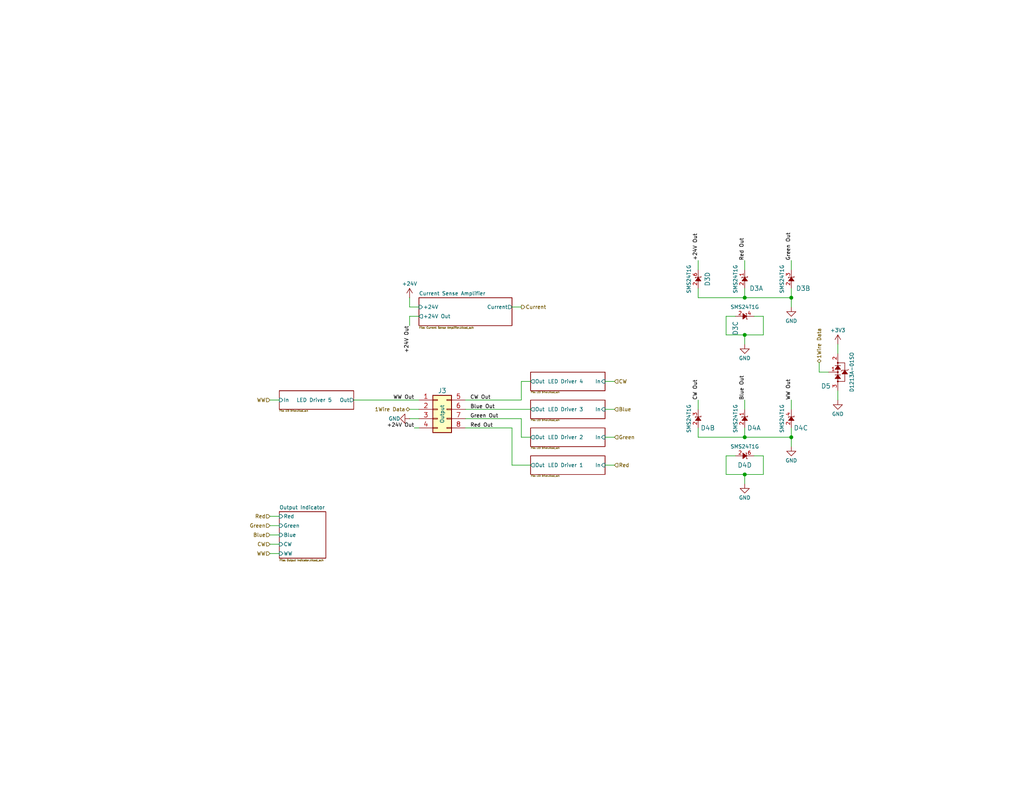
<source format=kicad_sch>
(kicad_sch (version 20231120) (generator "eeschema") (generator_version "8.0")
  (paper "USLetter")
  (title_block (title "LED Drivers") (date "2025-02-06") (rev "1.0.1") (company "Erratic.Tech"))
  (lib_symbols
    (symbol "KiLight Mono:+24V" (power) (pin_numbers hide) (pin_names (offset 0) hide)
      (property "Value" "+24V" (at 0 3.556 0))
      (symbol "+24V_0_1"
        (polyline (pts (xy -0.762 1.27) (xy 0 2.54)))
        (polyline (pts (xy 0 0) (xy 0 2.54)))
        (polyline (pts (xy 0 2.54) (xy 0.762 1.27)))
      )
      (symbol "+24V_1_1"
        (pin power_in line (at 0 0 90) (length 0) (name "~") (number "1"))
      )
    )
    (symbol "KiLight Mono:+3V3" (power) (pin_numbers hide) (pin_names (offset 0) hide)
      (property "Value" "+3V3" (at 0 3.556 0))
      (symbol "+3V3_0_1"
        (polyline (pts (xy -0.762 1.27) (xy 0 2.54)))
        (polyline (pts (xy 0 0) (xy 0 2.54)))
        (polyline (pts (xy 0 2.54) (xy 0.762 1.27)))
      )
      (symbol "+3V3_1_1"
        (pin power_in line (at 0 0 90) (length 0) (name "~") (number "1"))
      )
    )
    (symbol "KiLight Mono:Conn_02x04_Top_Bottom" (pin_names (offset 1.016) hide)
      (property "Reference" "J" (at 1.27 5.08 0))
      (property "Value" "Conn_02x04_Top_Bottom" (at 1.27 -7.62 0))
      (symbol "Conn_02x04_Top_Bottom_1_1"
        (rectangle (start -1.27 -4.953) (end 0 -5.207) (stroke (width 0.1524)))
        (rectangle (start -1.27 -2.413) (end 0 -2.667) (stroke (width 0.1524)))
        (rectangle (start -1.27 0.127) (end 0 -0.127) (stroke (width 0.1524)))
        (rectangle (start -1.27 2.667) (end 0 2.413) (stroke (width 0.1524)))
        (rectangle (start -1.27 3.81) (end 3.81 -6.35) (stroke (width 0.254)) (fill (type background)))
        (rectangle (start 3.81 -4.953) (end 2.54 -5.207) (stroke (width 0.1524)))
        (rectangle (start 3.81 -2.413) (end 2.54 -2.667) (stroke (width 0.1524)))
        (rectangle (start 3.81 0.127) (end 2.54 -0.127) (stroke (width 0.1524)))
        (rectangle (start 3.81 2.667) (end 2.54 2.413) (stroke (width 0.1524)))
        (pin passive line (at -5.08 2.54 0) (length 3.81) (name "Pin_1") (number "1"))
        (pin passive line (at -5.08 0 0) (length 3.81) (name "Pin_2") (number "2"))
        (pin passive line (at -5.08 -2.54 0) (length 3.81) (name "Pin_3") (number "3"))
        (pin passive line (at -5.08 -5.08 0) (length 3.81) (name "Pin_4") (number "4"))
        (pin passive line (at 7.62 2.54 180) (length 3.81) (name "Pin_5") (number "5"))
        (pin passive line (at 7.62 0 180) (length 3.81) (name "Pin_6") (number "6"))
        (pin passive line (at 7.62 -2.54 180) (length 3.81) (name "Pin_7") (number "7"))
        (pin passive line (at 7.62 -5.08 180) (length 3.81) (name "Pin_8") (number "8"))
      )
    )
    (symbol "KiLight Mono:D1213A-01SO" (pin_names (offset 1.016) hide)
      (property "Reference" "D" (at -2.54 -3.81 0))
      (property "Value" "D1213A-01SO" (at 3.81 0 90))
      (symbol "D1213A-01SO_0_1"
        (circle (center 0 -2.54) (radius 0.1778) (fill (type outline)))
        (polyline (pts (xy -0.762 -0.762) (xy 0.762 -0.762)))
        (polyline (pts (xy -0.762 1.778) (xy 0.762 1.778)))
        (polyline (pts (xy 0 -2.54) (xy 0 2.54)))
        (polyline (pts (xy -0.762 0.762) (xy 0 1.778) (xy 0.762 0.762) (xy -0.762 0.762)) (fill (type outline)))
        (polyline (pts (xy 0 -2.54) (xy 1.905 -2.54) (xy 1.905 2.54) (xy 0 2.54)))
        (polyline (pts (xy 0 -0.762) (xy -0.762 -1.778) (xy 0.762 -1.778) (xy 0 -0.762)) (fill (type outline)))
        (polyline (pts (xy 0.889 0.254) (xy 1.143 0.508) (xy 2.667 0.508) (xy 2.921 0.762)))
        (polyline (pts (xy 1.905 0.508) (xy 1.143 -0.508) (xy 2.667 -0.508) (xy 1.905 0.508)) (fill (type outline)))
        (circle (center 0 0) (radius 0.1778) (fill (type outline)))
        (circle (center 0 2.54) (radius 0.1778) (fill (type outline)))
      )
      (symbol "D1213A-01SO_1_1"
        (pin passive line (at -2.54 0 0) (length 2.54) (name "CH1") (number "1"))
        (pin passive line (at 0 5.08 270) (length 2.54) (name "Vp") (number "2"))
        (pin passive line (at 0 -5.08 90) (length 2.54) (name "Vn") (number "3"))
      )
    )
    (symbol "KiLight Mono:GND" (power) (pin_numbers hide) (pin_names (offset 0) hide)
      (property "Value" "GND" (at 0 -3.81 0))
      (symbol "GND_0_1"
        (polyline (pts (xy 0 0) (xy 0 -1.27) (xy 1.27 -1.27) (xy 0 -2.54) (xy -1.27 -1.27) (xy 0 -1.27)))
      )
      (symbol "GND_1_1"
        (pin power_in line (at 0 0 270) (length 0) (name "~") (number "1"))
      )
    )
    (symbol "KiLight Mono:SMS24T1G" (pin_names (offset 1.016) hide)
      (property "Reference" "D" (at 1.27 -3.81 0))
      (property "Value" "SMS24T1G" (at -3.81 0 90))
      (symbol "SMS24T1G_0_1"
        (polyline (pts (xy -0.762 0.508) (xy -0.762 0.254)))
        (polyline (pts (xy -0.762 0.508) (xy 0.762 0.508)))
        (polyline (pts (xy 0.762 0.508) (xy 0.762 0.762)))
        (polyline (pts (xy 0 0.508) (xy -0.762 -0.508) (xy 0.762 -0.508) (xy 0 0.508)) (fill (type outline)))
        (pin passive line (at 0 -2.54 90) (length 2.54) (name "CommonAnode") (number "2"))
        (pin passive line (at 0 -2.54 90) (length 2.54) hide (name "CommonAnode") (number "5"))
      )
      (symbol "SMS24T1G_1_1"
        (pin passive line (at 0 2.54 270) (length 2.54) (name "Cathode") (number "1"))
      )
      (symbol "SMS24T1G_2_1"
        (pin passive line (at 0 2.54 270) (length 2.54) (name "Cathode") (number "3"))
      )
      (symbol "SMS24T1G_3_1"
        (pin passive line (at 0 2.54 270) (length 2.54) (name "Cathode") (number "4"))
      )
      (symbol "SMS24T1G_4_1"
        (pin passive line (at 0 2.54 270) (length 2.54) (name "Cathode") (number "6"))
      )
    )
  )
  (junction (at 215.9 81.28))
  (junction (at 203.2 119.38))
  (junction (at 203.2 81.28))
  (junction (at 203.2 91.44))
  (junction (at 203.2 129.54))
  (junction (at 215.9 119.38))
  (wire (pts (xy 198.12 129.54) (xy 203.2 129.54)))
  (wire (pts (xy 167.64 104.14) (xy 165.1 104.14)))
  (wire (pts (xy 208.28 86.36) (xy 208.28 91.44)))
  (wire (pts (xy 139.7 83.82) (xy 142.24 83.82)))
  (wire (pts (xy 203.2 78.74) (xy 203.2 81.28)))
  (wire (pts (xy 127 114.3) (xy 142.24 114.3)))
  (wire (pts (xy 200.66 86.36) (xy 198.12 86.36)))
  (wire (pts (xy 73.66 140.97) (xy 76.2 140.97)))
  (wire (pts (xy 215.9 78.74) (xy 215.9 81.28)))
  (wire (pts (xy 203.2 116.84) (xy 203.2 119.38)))
  (wire (pts (xy 190.5 81.28) (xy 203.2 81.28)))
  (wire (pts (xy 111.76 88.9) (xy 111.76 86.36)))
  (wire (pts (xy 139.7 116.84) (xy 139.7 127)))
  (wire (pts (xy 127 111.76) (xy 144.78 111.76)))
  (wire (pts (xy 190.5 116.84) (xy 190.5 119.38)))
  (wire (pts (xy 190.5 71.12) (xy 190.5 73.66)))
  (wire (pts (xy 144.78 119.38) (xy 142.24 119.38)))
  (wire (pts (xy 228.6 106.68) (xy 228.6 109.22)))
  (wire (pts (xy 114.3 116.84) (xy 113.03 116.84)))
  (wire (pts (xy 208.28 91.44) (xy 203.2 91.44)))
  (wire (pts (xy 228.6 93.98) (xy 228.6 96.52)))
  (wire (pts (xy 167.64 119.38) (xy 165.1 119.38)))
  (wire (pts (xy 190.5 109.22) (xy 190.5 111.76)))
  (wire (pts (xy 111.76 86.36) (xy 114.3 86.36)))
  (wire (pts (xy 127 109.22) (xy 142.24 109.22)))
  (wire (pts (xy 198.12 124.46) (xy 198.12 129.54)))
  (wire (pts (xy 223.52 101.6) (xy 226.06 101.6)))
  (wire (pts (xy 73.66 109.22) (xy 76.2 109.22)))
  (wire (pts (xy 139.7 127) (xy 144.78 127)))
  (wire (pts (xy 208.28 124.46) (xy 208.28 129.54)))
  (wire (pts (xy 96.52 109.22) (xy 114.3 109.22)))
  (wire (pts (xy 203.2 129.54) (xy 203.2 132.08)))
  (wire (pts (xy 205.74 124.46) (xy 208.28 124.46)))
  (wire (pts (xy 142.24 109.22) (xy 142.24 104.14)))
  (wire (pts (xy 215.9 109.22) (xy 215.9 111.76)))
  (wire (pts (xy 203.2 71.12) (xy 203.2 73.66)))
  (wire (pts (xy 198.12 91.44) (xy 203.2 91.44)))
  (wire (pts (xy 215.9 119.38) (xy 215.9 121.92)))
  (wire (pts (xy 208.28 129.54) (xy 203.2 129.54)))
  (wire (pts (xy 203.2 109.22) (xy 203.2 111.76)))
  (wire (pts (xy 111.76 81.28) (xy 111.76 83.82)))
  (wire (pts (xy 205.74 86.36) (xy 208.28 86.36)))
  (wire (pts (xy 111.76 111.76) (xy 114.3 111.76)))
  (wire (pts (xy 73.66 143.51) (xy 76.2 143.51)))
  (wire (pts (xy 190.5 119.38) (xy 203.2 119.38)))
  (wire (pts (xy 73.66 148.59) (xy 76.2 148.59)))
  (wire (pts (xy 215.9 81.28) (xy 215.9 83.82)))
  (wire (pts (xy 73.66 146.05) (xy 76.2 146.05)))
  (wire (pts (xy 203.2 81.28) (xy 215.9 81.28)))
  (wire (pts (xy 111.76 83.82) (xy 114.3 83.82)))
  (wire (pts (xy 203.2 119.38) (xy 215.9 119.38)))
  (wire (pts (xy 215.9 116.84) (xy 215.9 119.38)))
  (wire (pts (xy 215.9 71.12) (xy 215.9 73.66)))
  (wire (pts (xy 142.24 119.38) (xy 142.24 114.3)))
  (wire (pts (xy 203.2 91.44) (xy 203.2 93.98)))
  (wire (pts (xy 223.52 99.06) (xy 223.52 101.6)))
  (wire (pts (xy 167.64 111.76) (xy 165.1 111.76)))
  (wire (pts (xy 111.76 114.3) (xy 114.3 114.3)))
  (wire (pts (xy 167.64 127) (xy 165.1 127)))
  (wire (pts (xy 142.24 104.14) (xy 144.78 104.14)))
  (wire (pts (xy 190.5 78.74) (xy 190.5 81.28)))
  (wire (pts (xy 200.66 124.46) (xy 198.12 124.46)))
  (wire (pts (xy 127 116.84) (xy 139.7 116.84)))
  (wire (pts (xy 73.66 151.13) (xy 76.2 151.13)))
  (wire (pts (xy 198.12 86.36) (xy 198.12 91.44)))
  (label "WW Out" (at 215.9 109.22 90) (effects (font (size 1 1))))
  (label "Red Out" (at 128.27 116.84 0) (effects (font (size 1 1))))
  (label "Red Out" (at 203.2 71.12 90) (effects (font (size 1 1))))
  (label "+24V Out" (at 111.76 88.9 270) (effects (font (size 1 1))))
  (label "Blue Out" (at 203.2 109.22 90) (effects (font (size 1 1))))
  (label "Green Out" (at 215.9 71.12 90) (effects (font (size 1 1))))
  (label "+24V Out" (at 190.5 71.12 90) (effects (font (size 1 1))))
  (label "CW Out" (at 128.27 109.22 0) (effects (font (size 1 1))))
  (label "+24V Out" (at 113.03 116.84 180) (effects (font (size 1 1))))
  (label "WW Out" (at 113.03 109.22 180) (effects (font (size 1 1))))
  (label "Blue Out" (at 128.27 111.76 0) (effects (font (size 1 1))))
  (label "CW Out" (at 190.5 109.22 90) (effects (font (size 1 1))))
  (label "Green Out" (at 128.27 114.3 0) (effects (font (size 1 1))))
  (hierarchical_label "Blue" (shape input) (at 73.66 146.05 180) (effects (font (size 1 1))))
  (hierarchical_label "1Wire Data" (shape bidirectional) (at 223.52 99.06 90) (effects (font (size 1 1))))
  (hierarchical_label "CW" (shape input) (at 167.64 104.14 0) (effects (font (size 1 1))))
  (hierarchical_label "Green" (shape input) (at 167.64 119.38 0) (effects (font (size 1 1))))
  (hierarchical_label "CW" (shape input) (at 73.66 148.59 180) (effects (font (size 1 1))))
  (hierarchical_label "Green" (shape input) (at 73.66 143.51 180) (effects (font (size 1 1))))
  (hierarchical_label "Blue" (shape input) (at 167.64 111.76 0) (effects (font (size 1 1))))
  (hierarchical_label "WW" (shape input) (at 73.66 151.13 180) (effects (font (size 1 1))))
  (hierarchical_label "Red" (shape input) (at 73.66 140.97 180) (effects (font (size 1 1))))
  (hierarchical_label "1Wire Data" (shape bidirectional) (at 111.76 111.76 180) (effects (font (size 1 1))))
  (hierarchical_label "Current" (shape output) (at 142.24 83.82 0) (effects (font (size 1 1))))
  (hierarchical_label "Red" (shape input) (at 167.64 127 0) (effects (font (size 1 1))))
  (hierarchical_label "WW" (shape input) (at 73.66 109.22 180) (effects (font (size 1 1))))
  (symbol (lib_id "KiLight Mono:+3V3") (at 228.6 93.98 0) (unit 1)
    (property "Reference" "#PWR046" (effects (hide yes)))
    (property "Value" "+3V3" (at 228.6 90.17 0) (effects (font (size 1 1))))
    (property "Description" "Power symbol creates a global label with name \"+3V3\"" (effects (hide yes)))
  )
  (symbol (lib_id "KiLight Mono:SMS24T1G") (at 203.2 124.46 270) (unit 4)
    (property "Reference" "D4" (at 203.2 127 90))
    (property "Value" "SMS24T1G" (at 203.2 121.92 90) (effects (font (size 1 1))))
    (property "Footprint" "Package_TO_SOT_SMD:SOT-23-6" (effects (hide yes)))
    (property "Datasheet" "https://www.onsemi.com/pdf/datasheet/sms05t1-d.pdf" (effects (hide yes)))
    (property "Description" "Quad ESD and Surge Protector TVS Diode Array, 24V Working Voltage" (effects (hide yes)))
    (property "Part Number" "SMS24T1G" (effects (hide yes)))
  )
  (symbol (lib_id "KiLight Mono:GND") (at 203.2 93.98 0) (unit 1)
    (property "Reference" "#PWR042" (effects (hide yes)))
    (property "Value" "GND" (at 203.2 97.79 0) (effects (font (size 1 1))))
    (property "Description" "Power symbol creates a global label with name \"GND\" , ground" (effects (hide yes)))
  )
  (symbol (lib_id "KiLight Mono:SMS24T1G") (at 190.5 76.2 0) (unit 4)
    (property "Reference" "D3" (at 193.04 76.2 90))
    (property "Value" "SMS24T1G" (at 187.96 76.2 90) (effects (font (size 1 1))))
    (property "Footprint" "Package_TO_SOT_SMD:SOT-23-6" (effects (hide yes)))
    (property "Datasheet" "https://www.onsemi.com/pdf/datasheet/sms05t1-d.pdf" (effects (hide yes)))
    (property "Description" "Quad ESD and Surge Protector TVS Diode Array, 24V Working Voltage" (effects (hide yes)))
    (property "Part Number" "SMS24T1G" (effects (hide yes)))
  )
  (symbol (lib_id "KiLight Mono:SMS24T1G") (at 215.9 76.2 0) (unit 2)
    (property "Reference" "D3" (at 217.17 78.74 0) (effects (justify left)))
    (property "Value" "SMS24T1G" (at 213.36 76.2 90) (effects (font (size 1 1))))
    (property "Footprint" "Package_TO_SOT_SMD:SOT-23-6" (effects (hide yes)))
    (property "Datasheet" "https://www.onsemi.com/pdf/datasheet/sms05t1-d.pdf" (effects (hide yes)))
    (property "Description" "Quad ESD and Surge Protector TVS Diode Array, 24V Working Voltage" (effects (hide yes)))
    (property "Part Number" "SMS24T1G" (effects (hide yes)))
  )
  (symbol (lib_id "KiLight Mono:SMS24T1G") (at 203.2 86.36 270) (unit 3)
    (property "Reference" "D3" (at 200.66 87.63 0) (effects (justify left)))
    (property "Value" "SMS24T1G" (at 203.2 83.82 90) (effects (font (size 1 1))))
    (property "Footprint" "Package_TO_SOT_SMD:SOT-23-6" (effects (hide yes)))
    (property "Datasheet" "https://www.onsemi.com/pdf/datasheet/sms05t1-d.pdf" (effects (hide yes)))
    (property "Description" "Quad ESD and Surge Protector TVS Diode Array, 24V Working Voltage" (effects (hide yes)))
    (property "Part Number" "SMS24T1G" (effects (hide yes)))
  )
  (symbol (lib_id "KiLight Mono:+24V") (at 111.76 81.28 0) (unit 1)
    (property "Reference" "#PWR038" (effects (hide yes)))
    (property "Value" "+24V" (at 111.76 77.47 0) (effects (font (size 1 1))))
    (property "Description" "Power symbol creates a global label with name \"+24V\"" (effects (hide yes)))
  )
  (symbol (lib_id "KiLight Mono:GND") (at 228.6 109.22 0) (unit 1)
    (property "Reference" "#PWR047" (effects (hide yes)))
    (property "Value" "GND" (at 228.6 113.03 0) (effects (font (size 1 1))))
    (property "Description" "Power symbol creates a global label with name \"GND\" , ground" (effects (hide yes)))
  )
  (symbol (lib_id "KiLight Mono:GND") (at 203.2 132.08 0) (unit 1)
    (property "Reference" "#PWR043" (effects (hide yes)))
    (property "Value" "GND" (at 203.2 135.89 0) (effects (font (size 1 1))))
    (property "Description" "Power symbol creates a global label with name \"GND\" , ground" (effects (hide yes)))
  )
  (symbol (lib_id "KiLight Mono:GND") (at 215.9 121.92 0) (unit 1)
    (property "Reference" "#PWR045" (effects (hide yes)))
    (property "Value" "GND" (at 215.9 125.73 0) (effects (font (size 1 1))))
    (property "Description" "Power symbol creates a global label with name \"GND\" , ground" (effects (hide yes)))
  )
  (symbol (lib_id "KiLight Mono:GND") (at 111.76 114.3 270) (unit 1)
    (property "Reference" "#PWR037" (effects (hide yes)))
    (property "Value" "GND" (at 109.22 114.3 90) (effects (font (size 1 1)) (justify right)))
    (property "Description" "Power symbol creates a global label with name \"GND\" , ground" (effects (hide yes)))
  )
  (symbol (lib_id "KiLight Mono:SMS24T1G") (at 203.2 76.2 0) (unit 1)
    (property "Reference" "D3" (at 204.47 78.74 0) (effects (justify left)))
    (property "Value" "SMS24T1G" (at 200.66 76.2 90) (effects (font (size 1 1))))
    (property "Footprint" "Package_TO_SOT_SMD:SOT-23-6" (effects (hide yes)))
    (property "Datasheet" "https://www.onsemi.com/pdf/datasheet/sms05t1-d.pdf" (effects (hide yes)))
    (property "Description" "Quad ESD and Surge Protector TVS Diode Array, 24V Working Voltage" (effects (hide yes)))
    (property "Part Number" "SMS24T1G" (effects (hide yes)))
  )
  (symbol (lib_id "KiLight Mono:SMS24T1G") (at 190.5 114.3 0) (unit 2)
    (property "Reference" "D4" (at 191.135 116.84 0) (effects (justify left)))
    (property "Value" "SMS24T1G" (at 187.96 114.3 90) (effects (font (size 1 1))))
    (property "Footprint" "Package_TO_SOT_SMD:SOT-23-6" (effects (hide yes)))
    (property "Datasheet" "https://www.onsemi.com/pdf/datasheet/sms05t1-d.pdf" (effects (hide yes)))
    (property "Description" "Quad ESD and Surge Protector TVS Diode Array, 24V Working Voltage" (effects (hide yes)))
    (property "Part Number" "SMS24T1G" (effects (hide yes)))
  )
  (symbol (lib_id "KiLight Mono:Conn_02x04_Top_Bottom") (at 119.38 111.76 0) (unit 1)
    (property "Reference" "J3" (at 120.65 106.68 0))
    (property "Value" "Output" (at 120.65 113.03 90) (effects (font (size 1 1))))
    (property "Footprint" "Connectors - Molex - Extra:Molex_Mini-Fit_Jr_45586-08_2x04_P4.20mm_Horizontal" (effects (hide yes)))
    (property "Description" "Generic connector, double row, 02x04, top/bottom pin numbering scheme (row 1: 1...pins_per_row, row2: pins_per_row+1 ... num_pins), script generated (kicad-library-utils/schlib/autogen/connector/)" (effects (hide yes)))
    (property "Part Number" "45586-0005" (effects (hide yes)))
    (property "Part Type" "THT" (effects (hide yes)))
    (instances (project "" (path "" (reference "J3") (unit 1))) (project "" (path "" (reference "J2") (unit 1))))
  )
  (symbol (lib_id "KiLight Mono:SMS24T1G") (at 215.9 114.3 0) (unit 3)
    (property "Reference" "D4" (at 216.535 116.84 0) (effects (justify left)))
    (property "Value" "SMS24T1G" (at 213.36 114.3 90) (effects (font (size 1 1))))
    (property "Footprint" "Package_TO_SOT_SMD:SOT-23-6" (effects (hide yes)))
    (property "Datasheet" "https://www.onsemi.com/pdf/datasheet/sms05t1-d.pdf" (effects (hide yes)))
    (property "Description" "Quad ESD and Surge Protector TVS Diode Array, 24V Working Voltage" (effects (hide yes)))
    (property "Part Number" "SMS24T1G" (effects (hide yes)))
  )
  (symbol (lib_id "KiLight Mono:GND") (at 215.9 83.82 0) (unit 1)
    (property "Reference" "#PWR044" (effects (hide yes)))
    (property "Value" "GND" (at 215.9 87.63 0) (effects (font (size 1 1))))
    (property "Description" "Power symbol creates a global label with name \"GND\" , ground" (effects (hide yes)))
  )
  (symbol (lib_id "KiLight Mono:SMS24T1G") (at 203.2 114.3 0) (unit 1)
    (property "Reference" "D4" (at 203.835 116.84 0) (effects (justify left)))
    (property "Value" "SMS24T1G" (at 200.66 114.3 90) (effects (font (size 1 1))))
    (property "Footprint" "Package_TO_SOT_SMD:SOT-23-6" (effects (hide yes)))
    (property "Datasheet" "https://www.onsemi.com/pdf/datasheet/sms05t1-d.pdf" (effects (hide yes)))
    (property "Description" "Quad ESD and Surge Protector TVS Diode Array, 24V Working Voltage" (effects (hide yes)))
    (property "Part Number" "SMS24T1G" (effects (hide yes)))
  )
  (symbol (lib_id "KiLight Mono:D1213A-01SO") (at 228.6 101.6 0) (unit 1)
    (property "Reference" "D5" (at 226.695 105.41 0) (effects (justify right)))
    (property "Value" "D1213A-01SO" (at 232.41 101.6 90) (effects (font (size 1 1))))
    (property "Footprint" "Package_TO_SOT_SMD:SOT-23" (effects (hide yes)))
    (property "Description" "1-Channel Low Capacitance Unidirectional TVS Diode Array" (effects (hide yes)))
    (property "Part Number" "D1213A-01SO-7" (effects (hide yes)))
  )
  (sheet (at 76.2 106.68) (size 20.32 5.08) (stroke (width 0.1524))
    (property "Sheetname" "LED Driver 5" (at 85.725 109.22 0) (effects (font (size 1 1))))
    (property "Sheetfile" "LED Driver.kicad_sch" (at 76.2 112.395 0) (effects (font (size 0.4 0.4)) (justify left bottom)))
    (pin "In" input (at 76.2 109.22 180) (effects (font (size 1 1))))
    (pin "Out" output (at 96.52 109.22 0) (effects (font (size 1 1))))
  )
  (sheet (at 144.78 109.22) (size 20.32 5.08) (stroke (width 0.1524))
    (property "Sheetname" "LED Driver 3" (at 154.305 111.76 0) (effects (font (size 1 1))))
    (property "Sheetfile" "LED Driver.kicad_sch" (at 144.78 114.935 0) (effects (font (size 0.4 0.4)) (justify left bottom)))
    (pin "In" input (at 165.1 111.76 0) (effects (font (size 1 1))))
    (pin "Out" output (at 144.78 111.76 180) (effects (font (size 1 1))))
  )
  (sheet (at 114.3 81.28) (size 25.4 7.62) (stroke (width 0.1524))
    (property "Sheetname" "Current Sense Amplifier" (at 114.3 80.7034 0) (effects (font (size 1 1)) (justify left bottom)))
    (property "Sheetfile" "Current Sense Amplifier.kicad_sch" (at 114.3 89.1766 0) (effects (font (size 0.5 0.5)) (justify left top)))
    (pin "Current" output (at 139.7 83.82 0) (effects (font (size 1 1))))
    (pin "+24V Out" output (at 114.3 86.36 180) (effects (font (size 1 1))))
    (pin "+24V" input (at 114.3 83.82 180) (effects (font (size 1 1))))
  )
  (sheet (at 144.78 116.84) (size 20.32 5.08) (stroke (width 0.1524))
    (property "Sheetname" "LED Driver 2" (at 154.305 119.38 0) (effects (font (size 1 1))))
    (property "Sheetfile" "LED Driver.kicad_sch" (at 144.78 122.555 0) (effects (font (size 0.4 0.4)) (justify left bottom)))
    (pin "In" input (at 165.1 119.38 0) (effects (font (size 1 1))))
    (pin "Out" output (at 144.78 119.38 180) (effects (font (size 1 1))))
  )
  (sheet (at 144.78 101.6) (size 20.32 5.08) (stroke (width 0.1524))
    (property "Sheetname" "LED Driver 4" (at 154.305 104.14 0) (effects (font (size 1 1))))
    (property "Sheetfile" "LED Driver.kicad_sch" (at 144.78 107.315 0) (effects (font (size 0.4 0.4)) (justify left bottom)))
    (pin "In" input (at 165.1 104.14 0) (effects (font (size 1 1))))
    (pin "Out" output (at 144.78 104.14 180) (effects (font (size 1 1))))
  )
  (sheet (at 144.78 124.46) (size 20.32 5.08) (stroke (width 0.1524))
    (property "Sheetname" "LED Driver 1" (at 154.305 127 0) (effects (font (size 1 1))))
    (property "Sheetfile" "LED Driver.kicad_sch" (at 144.78 130.175 0) (effects (font (size 0.4 0.4)) (justify left bottom)))
    (pin "In" input (at 165.1 127 0) (effects (font (size 1 1))))
    (pin "Out" output (at 144.78 127 180) (effects (font (size 1 1))))
  )
  (sheet (at 76.2 139.7) (size 12.7 12.7) (stroke (width 0.1524))
    (property "Sheetname" "Output Indicator" (at 76.2 139.1234 0) (effects (font (size 1 1)) (justify left bottom)))
    (property "Sheetfile" "Output Indicator.kicad_sch" (at 76.2 152.6766 0) (effects (font (size 0.5 0.5)) (justify left top)))
    (pin "WW" input (at 76.2 151.13 180) (effects (font (size 1 1))))
    (pin "CW" input (at 76.2 148.59 180) (effects (font (size 1 1))))
    (pin "Green" input (at 76.2 143.51 180) (effects (font (size 1 1))))
    (pin "Red" input (at 76.2 140.97 180) (effects (font (size 1 1))))
    (pin "Blue" input (at 76.2 146.05 180) (effects (font (size 1 1))))
  )
)
</source>
